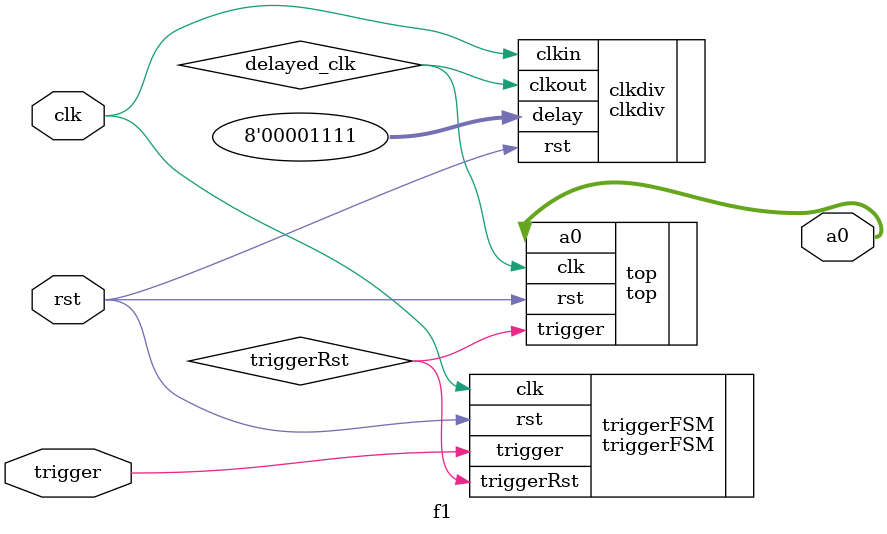
<source format=sv>

    
//     // Use these signals directly from the submodules
//     clkdiv clkdiv_inst (
//         .delay (8'hF),
//         .rst (rst),
//         .clkin (clk),
//         .clkout (delayed_clk)   // Output is connected to delayed_clk in the top
//     );

//     triggerFSM triggerFSM_inst (
//         .clk (clk),
//         .rst (rst),
//         .trigger (trigger),
//         .triggerRst (triggerRst)   // Output is connected to triggerRst in the top
//     );

//     top top_inst (
//         .clk (delayed_clk),
//         .rst (rst),
//         .trigger (triggerRst),
//         .a0 (a0)
//     );

    // LFSR Module
    // lfsr #(
    //     .WIDTH      (LFSR_WIDTH),       // Parameterized LFSR width
    //     .RESET_VAL  (LFSR_RESET_VAL)    // Parameterized reset value
    // ) lfsr_inst (
    //     .clk        (clk),              // Clock input
    //     .rst        (rst),              // Reset input for LFSR
    //     .en         (trigger),          // Enable LFSR when trigger is active
    //     .data_out   (lfsr_out)          // LFSR output signal
    // );

// endmodule
module f1 #(
    parameter DATA_WIDTH = 32
) (
    input   logic                   clk,
    input   logic                   rst,
    input   logic                   trigger,
    output  logic [DATA_WIDTH-1:0]  a0
);

    logic           triggerRst;
    logic           delayed_clk;

    clkdiv clkdiv (
        .delay (8'hF),
        .rst (rst),
        .clkin (clk),
        .clkout (delayed_clk)
    );

    triggerFSM triggerFSM (
        .clk (clk),
        .rst (rst),
        .trigger (trigger),
        .triggerRst (triggerRst)
    );

    top top (
        .clk (delayed_clk),
        .rst (rst),
        .trigger (triggerRst),
        .a0 (a0)
    );

endmodule
</source>
